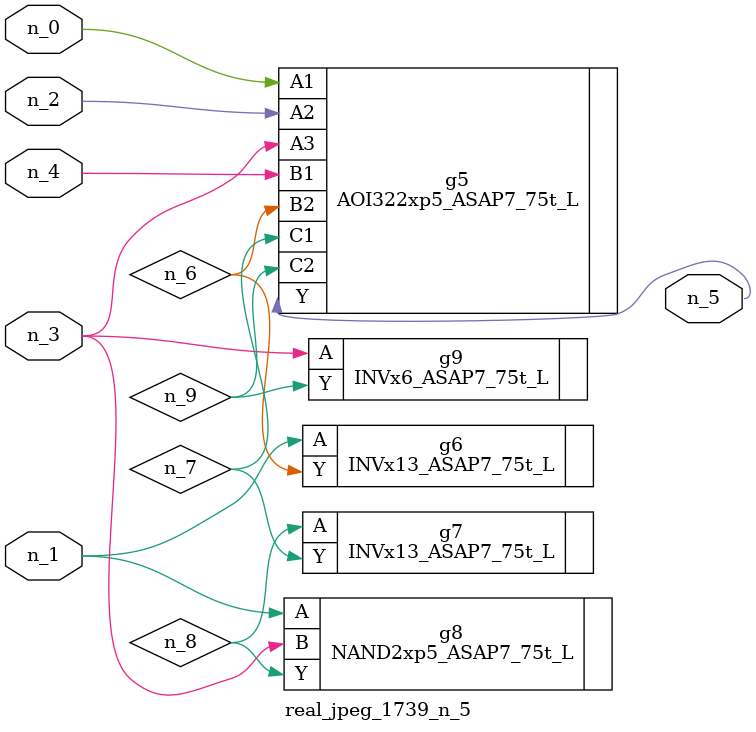
<source format=v>
module real_jpeg_1739_n_5 (n_4, n_0, n_1, n_2, n_3, n_5);

input n_4;
input n_0;
input n_1;
input n_2;
input n_3;

output n_5;

wire n_8;
wire n_6;
wire n_7;
wire n_9;

AOI322xp5_ASAP7_75t_L g5 ( 
.A1(n_0),
.A2(n_2),
.A3(n_3),
.B1(n_4),
.B2(n_6),
.C1(n_7),
.C2(n_9),
.Y(n_5)
);

INVx13_ASAP7_75t_L g6 ( 
.A(n_1),
.Y(n_6)
);

NAND2xp5_ASAP7_75t_L g8 ( 
.A(n_1),
.B(n_3),
.Y(n_8)
);

INVx6_ASAP7_75t_L g9 ( 
.A(n_3),
.Y(n_9)
);

INVx13_ASAP7_75t_L g7 ( 
.A(n_8),
.Y(n_7)
);


endmodule
</source>
